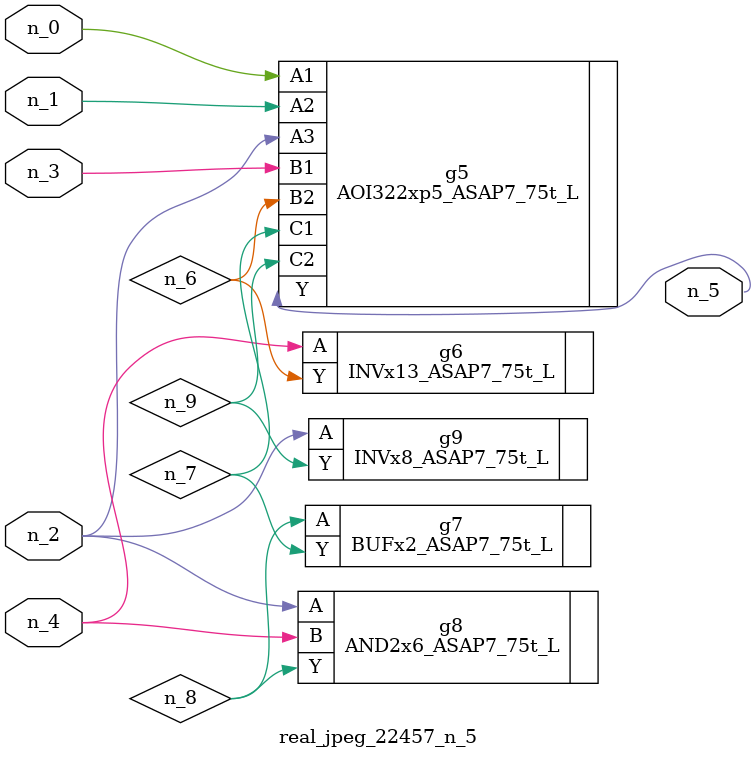
<source format=v>
module real_jpeg_22457_n_5 (n_4, n_0, n_1, n_2, n_3, n_5);

input n_4;
input n_0;
input n_1;
input n_2;
input n_3;

output n_5;

wire n_8;
wire n_6;
wire n_7;
wire n_9;

AOI322xp5_ASAP7_75t_L g5 ( 
.A1(n_0),
.A2(n_1),
.A3(n_2),
.B1(n_3),
.B2(n_6),
.C1(n_7),
.C2(n_9),
.Y(n_5)
);

AND2x6_ASAP7_75t_L g8 ( 
.A(n_2),
.B(n_4),
.Y(n_8)
);

INVx8_ASAP7_75t_L g9 ( 
.A(n_2),
.Y(n_9)
);

INVx13_ASAP7_75t_L g6 ( 
.A(n_4),
.Y(n_6)
);

BUFx2_ASAP7_75t_L g7 ( 
.A(n_8),
.Y(n_7)
);


endmodule
</source>
